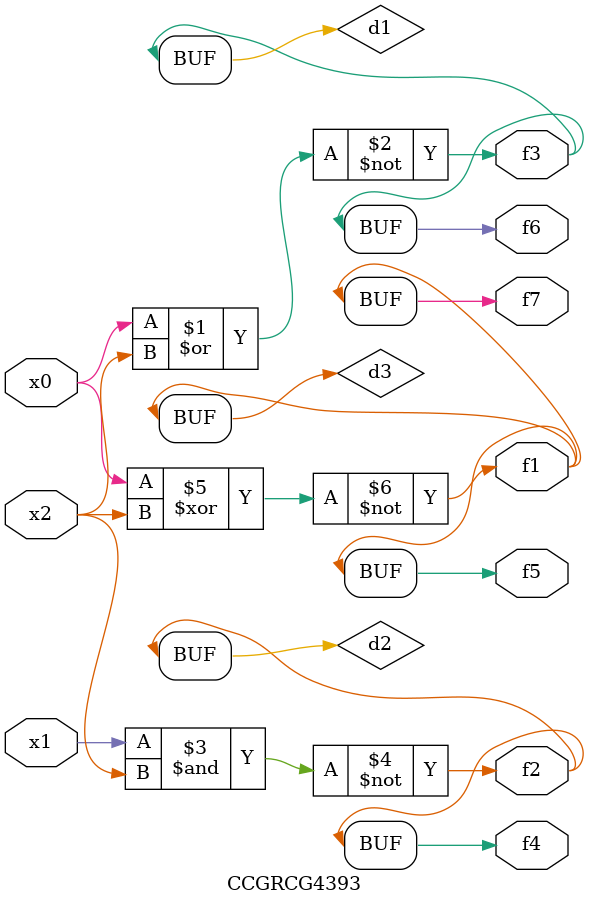
<source format=v>
module CCGRCG4393(
	input x0, x1, x2,
	output f1, f2, f3, f4, f5, f6, f7
);

	wire d1, d2, d3;

	nor (d1, x0, x2);
	nand (d2, x1, x2);
	xnor (d3, x0, x2);
	assign f1 = d3;
	assign f2 = d2;
	assign f3 = d1;
	assign f4 = d2;
	assign f5 = d3;
	assign f6 = d1;
	assign f7 = d3;
endmodule

</source>
